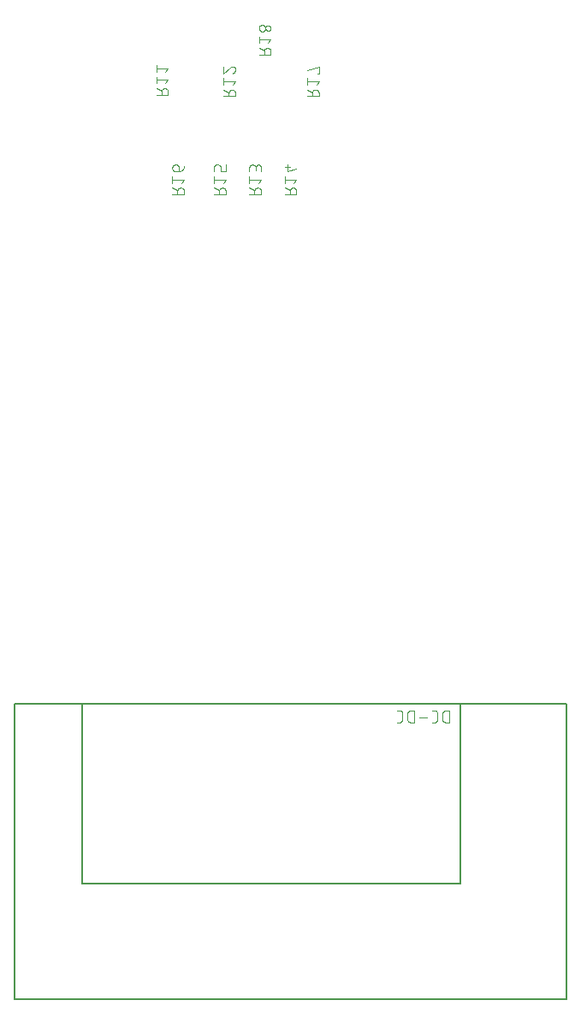
<source format=gbr>
G04 EAGLE Gerber X2 export*
G75*
%MOMM*%
%FSLAX34Y34*%
%LPD*%
%AMOC8*
5,1,8,0,0,1.08239X$1,22.5*%
G01*
%ADD10C,0.127000*%
%ADD11C,0.101600*%


D10*
X41275Y298450D02*
X41275Y6350D01*
X587375Y6350D01*
X587375Y298450D01*
X41275Y298450D01*
X107950Y298450D02*
X107950Y120650D01*
X107950Y298450D02*
X482600Y298450D01*
X482600Y120650D01*
X107950Y120650D01*
D11*
X471250Y279908D02*
X471250Y291592D01*
X468004Y291592D01*
X467891Y291590D01*
X467778Y291584D01*
X467665Y291574D01*
X467552Y291560D01*
X467440Y291543D01*
X467329Y291521D01*
X467219Y291496D01*
X467109Y291466D01*
X467001Y291433D01*
X466894Y291396D01*
X466788Y291356D01*
X466684Y291311D01*
X466581Y291263D01*
X466480Y291212D01*
X466381Y291157D01*
X466284Y291099D01*
X466189Y291037D01*
X466096Y290972D01*
X466006Y290904D01*
X465918Y290833D01*
X465832Y290758D01*
X465749Y290681D01*
X465669Y290601D01*
X465592Y290518D01*
X465517Y290432D01*
X465446Y290344D01*
X465378Y290254D01*
X465313Y290161D01*
X465251Y290066D01*
X465193Y289969D01*
X465138Y289870D01*
X465087Y289769D01*
X465039Y289666D01*
X464994Y289562D01*
X464954Y289456D01*
X464917Y289349D01*
X464884Y289241D01*
X464854Y289131D01*
X464829Y289021D01*
X464807Y288910D01*
X464790Y288798D01*
X464776Y288685D01*
X464766Y288572D01*
X464760Y288459D01*
X464758Y288346D01*
X464759Y288346D02*
X464759Y283154D01*
X464758Y283154D02*
X464760Y283041D01*
X464766Y282928D01*
X464776Y282815D01*
X464790Y282702D01*
X464807Y282590D01*
X464829Y282479D01*
X464854Y282369D01*
X464884Y282259D01*
X464917Y282151D01*
X464954Y282044D01*
X464994Y281938D01*
X465039Y281834D01*
X465087Y281731D01*
X465138Y281630D01*
X465193Y281531D01*
X465251Y281434D01*
X465313Y281339D01*
X465378Y281246D01*
X465446Y281156D01*
X465517Y281068D01*
X465592Y280982D01*
X465669Y280899D01*
X465749Y280819D01*
X465832Y280742D01*
X465918Y280667D01*
X466006Y280596D01*
X466096Y280528D01*
X466189Y280463D01*
X466284Y280401D01*
X466381Y280343D01*
X466480Y280288D01*
X466581Y280237D01*
X466684Y280189D01*
X466788Y280144D01*
X466894Y280104D01*
X467001Y280067D01*
X467109Y280034D01*
X467219Y280004D01*
X467329Y279979D01*
X467440Y279957D01*
X467552Y279940D01*
X467665Y279926D01*
X467778Y279916D01*
X467891Y279910D01*
X468004Y279908D01*
X471250Y279908D01*
X456875Y279908D02*
X454279Y279908D01*
X456875Y279908D02*
X456974Y279910D01*
X457074Y279916D01*
X457173Y279925D01*
X457271Y279938D01*
X457369Y279955D01*
X457467Y279976D01*
X457563Y280001D01*
X457658Y280029D01*
X457752Y280061D01*
X457845Y280096D01*
X457937Y280135D01*
X458027Y280178D01*
X458115Y280223D01*
X458202Y280273D01*
X458286Y280325D01*
X458369Y280381D01*
X458449Y280439D01*
X458527Y280501D01*
X458602Y280566D01*
X458675Y280634D01*
X458745Y280704D01*
X458813Y280777D01*
X458878Y280852D01*
X458940Y280930D01*
X458998Y281010D01*
X459054Y281093D01*
X459106Y281177D01*
X459156Y281264D01*
X459201Y281352D01*
X459244Y281442D01*
X459283Y281534D01*
X459318Y281627D01*
X459350Y281721D01*
X459378Y281816D01*
X459403Y281912D01*
X459424Y282010D01*
X459441Y282108D01*
X459454Y282206D01*
X459463Y282305D01*
X459469Y282405D01*
X459471Y282504D01*
X459472Y282504D02*
X459472Y288996D01*
X459471Y288996D02*
X459469Y289095D01*
X459463Y289195D01*
X459454Y289294D01*
X459441Y289392D01*
X459424Y289490D01*
X459403Y289588D01*
X459378Y289684D01*
X459350Y289779D01*
X459318Y289873D01*
X459283Y289966D01*
X459244Y290058D01*
X459201Y290148D01*
X459156Y290236D01*
X459106Y290323D01*
X459054Y290407D01*
X458998Y290490D01*
X458940Y290570D01*
X458878Y290648D01*
X458813Y290723D01*
X458745Y290796D01*
X458675Y290866D01*
X458602Y290934D01*
X458527Y290999D01*
X458449Y291061D01*
X458369Y291119D01*
X458286Y291175D01*
X458202Y291227D01*
X458115Y291277D01*
X458027Y291322D01*
X457937Y291365D01*
X457845Y291404D01*
X457752Y291439D01*
X457658Y291471D01*
X457563Y291499D01*
X457467Y291524D01*
X457369Y291545D01*
X457271Y291562D01*
X457173Y291575D01*
X457074Y291584D01*
X456974Y291590D01*
X456875Y291592D01*
X454279Y291592D01*
X449801Y284452D02*
X442011Y284452D01*
X436579Y279908D02*
X436579Y291592D01*
X433333Y291592D01*
X433220Y291590D01*
X433107Y291584D01*
X432994Y291574D01*
X432881Y291560D01*
X432769Y291543D01*
X432658Y291521D01*
X432548Y291496D01*
X432438Y291466D01*
X432330Y291433D01*
X432223Y291396D01*
X432117Y291356D01*
X432013Y291311D01*
X431910Y291263D01*
X431809Y291212D01*
X431710Y291157D01*
X431613Y291099D01*
X431518Y291037D01*
X431425Y290972D01*
X431335Y290904D01*
X431247Y290833D01*
X431161Y290758D01*
X431078Y290681D01*
X430998Y290601D01*
X430921Y290518D01*
X430846Y290432D01*
X430775Y290344D01*
X430707Y290254D01*
X430642Y290161D01*
X430580Y290066D01*
X430522Y289969D01*
X430467Y289870D01*
X430416Y289769D01*
X430368Y289666D01*
X430323Y289562D01*
X430283Y289456D01*
X430246Y289349D01*
X430213Y289241D01*
X430183Y289131D01*
X430158Y289021D01*
X430136Y288910D01*
X430119Y288798D01*
X430105Y288685D01*
X430095Y288572D01*
X430089Y288459D01*
X430087Y288346D01*
X430088Y288346D02*
X430088Y283154D01*
X430087Y283154D02*
X430089Y283041D01*
X430095Y282928D01*
X430105Y282815D01*
X430119Y282702D01*
X430136Y282590D01*
X430158Y282479D01*
X430183Y282369D01*
X430213Y282259D01*
X430246Y282151D01*
X430283Y282044D01*
X430323Y281938D01*
X430368Y281834D01*
X430416Y281731D01*
X430467Y281630D01*
X430522Y281531D01*
X430580Y281434D01*
X430642Y281339D01*
X430707Y281246D01*
X430775Y281156D01*
X430846Y281068D01*
X430921Y280982D01*
X430998Y280899D01*
X431078Y280819D01*
X431161Y280742D01*
X431247Y280667D01*
X431335Y280596D01*
X431425Y280528D01*
X431518Y280463D01*
X431613Y280401D01*
X431710Y280343D01*
X431809Y280288D01*
X431910Y280237D01*
X432013Y280189D01*
X432117Y280144D01*
X432223Y280104D01*
X432330Y280067D01*
X432438Y280034D01*
X432548Y280004D01*
X432658Y279979D01*
X432769Y279957D01*
X432881Y279940D01*
X432994Y279926D01*
X433107Y279916D01*
X433220Y279910D01*
X433333Y279908D01*
X436579Y279908D01*
X422204Y279908D02*
X419608Y279908D01*
X422204Y279908D02*
X422303Y279910D01*
X422403Y279916D01*
X422502Y279925D01*
X422600Y279938D01*
X422698Y279955D01*
X422796Y279976D01*
X422892Y280001D01*
X422987Y280029D01*
X423081Y280061D01*
X423174Y280096D01*
X423266Y280135D01*
X423356Y280178D01*
X423444Y280223D01*
X423531Y280273D01*
X423615Y280325D01*
X423698Y280381D01*
X423778Y280439D01*
X423856Y280501D01*
X423931Y280566D01*
X424004Y280634D01*
X424074Y280704D01*
X424142Y280777D01*
X424207Y280852D01*
X424269Y280930D01*
X424327Y281010D01*
X424383Y281093D01*
X424435Y281177D01*
X424485Y281264D01*
X424530Y281352D01*
X424573Y281442D01*
X424612Y281534D01*
X424647Y281627D01*
X424679Y281721D01*
X424707Y281816D01*
X424732Y281912D01*
X424753Y282010D01*
X424770Y282108D01*
X424783Y282206D01*
X424792Y282305D01*
X424798Y282405D01*
X424800Y282504D01*
X424801Y282504D02*
X424801Y288996D01*
X424800Y288996D02*
X424798Y289095D01*
X424792Y289195D01*
X424783Y289294D01*
X424770Y289392D01*
X424753Y289490D01*
X424732Y289588D01*
X424707Y289684D01*
X424679Y289779D01*
X424647Y289873D01*
X424612Y289966D01*
X424573Y290058D01*
X424530Y290148D01*
X424485Y290236D01*
X424435Y290323D01*
X424383Y290407D01*
X424327Y290490D01*
X424269Y290570D01*
X424207Y290648D01*
X424142Y290723D01*
X424074Y290796D01*
X424004Y290866D01*
X423931Y290934D01*
X423856Y290999D01*
X423778Y291061D01*
X423698Y291119D01*
X423615Y291175D01*
X423531Y291227D01*
X423444Y291277D01*
X423356Y291322D01*
X423266Y291365D01*
X423174Y291404D01*
X423081Y291439D01*
X422987Y291471D01*
X422892Y291499D01*
X422796Y291524D01*
X422698Y291545D01*
X422600Y291562D01*
X422502Y291575D01*
X422403Y291584D01*
X422303Y291590D01*
X422204Y291592D01*
X419608Y291592D01*
X193167Y900490D02*
X181483Y900490D01*
X193167Y900490D02*
X193167Y903735D01*
X193165Y903848D01*
X193159Y903961D01*
X193149Y904074D01*
X193135Y904187D01*
X193118Y904299D01*
X193096Y904410D01*
X193071Y904520D01*
X193041Y904630D01*
X193008Y904738D01*
X192971Y904845D01*
X192931Y904951D01*
X192886Y905055D01*
X192838Y905158D01*
X192787Y905259D01*
X192732Y905358D01*
X192674Y905455D01*
X192612Y905550D01*
X192547Y905643D01*
X192479Y905733D01*
X192408Y905821D01*
X192333Y905907D01*
X192256Y905990D01*
X192176Y906070D01*
X192093Y906147D01*
X192007Y906222D01*
X191919Y906293D01*
X191829Y906361D01*
X191736Y906426D01*
X191641Y906488D01*
X191544Y906546D01*
X191445Y906601D01*
X191344Y906652D01*
X191241Y906700D01*
X191137Y906745D01*
X191031Y906785D01*
X190924Y906822D01*
X190816Y906855D01*
X190706Y906885D01*
X190596Y906910D01*
X190485Y906932D01*
X190373Y906949D01*
X190260Y906963D01*
X190147Y906973D01*
X190034Y906979D01*
X189921Y906981D01*
X189808Y906979D01*
X189695Y906973D01*
X189582Y906963D01*
X189469Y906949D01*
X189357Y906932D01*
X189246Y906910D01*
X189136Y906885D01*
X189026Y906855D01*
X188918Y906822D01*
X188811Y906785D01*
X188705Y906745D01*
X188601Y906700D01*
X188498Y906652D01*
X188397Y906601D01*
X188298Y906546D01*
X188201Y906488D01*
X188106Y906426D01*
X188013Y906361D01*
X187923Y906293D01*
X187835Y906222D01*
X187749Y906147D01*
X187666Y906070D01*
X187586Y905990D01*
X187509Y905907D01*
X187434Y905821D01*
X187363Y905733D01*
X187295Y905643D01*
X187230Y905550D01*
X187168Y905455D01*
X187110Y905358D01*
X187055Y905259D01*
X187004Y905158D01*
X186956Y905055D01*
X186911Y904951D01*
X186871Y904845D01*
X186834Y904738D01*
X186801Y904630D01*
X186771Y904520D01*
X186746Y904410D01*
X186724Y904299D01*
X186707Y904187D01*
X186693Y904074D01*
X186683Y903961D01*
X186677Y903848D01*
X186675Y903735D01*
X186676Y903735D02*
X186676Y900490D01*
X186676Y904384D02*
X181483Y906981D01*
X190571Y911846D02*
X193167Y915091D01*
X181483Y915091D01*
X181483Y911846D02*
X181483Y918337D01*
X190571Y923276D02*
X193167Y926521D01*
X181483Y926521D01*
X181483Y923276D02*
X181483Y929767D01*
X248158Y899033D02*
X259842Y899033D01*
X259842Y902279D01*
X259840Y902392D01*
X259834Y902505D01*
X259824Y902618D01*
X259810Y902731D01*
X259793Y902843D01*
X259771Y902954D01*
X259746Y903064D01*
X259716Y903174D01*
X259683Y903282D01*
X259646Y903389D01*
X259606Y903495D01*
X259561Y903599D01*
X259513Y903702D01*
X259462Y903803D01*
X259407Y903902D01*
X259349Y903999D01*
X259287Y904094D01*
X259222Y904187D01*
X259154Y904277D01*
X259083Y904365D01*
X259008Y904451D01*
X258931Y904534D01*
X258851Y904614D01*
X258768Y904691D01*
X258682Y904766D01*
X258594Y904837D01*
X258504Y904905D01*
X258411Y904970D01*
X258316Y905032D01*
X258219Y905090D01*
X258120Y905145D01*
X258019Y905196D01*
X257916Y905244D01*
X257812Y905289D01*
X257706Y905329D01*
X257599Y905366D01*
X257491Y905399D01*
X257381Y905429D01*
X257271Y905454D01*
X257160Y905476D01*
X257048Y905493D01*
X256935Y905507D01*
X256822Y905517D01*
X256709Y905523D01*
X256596Y905525D01*
X256483Y905523D01*
X256370Y905517D01*
X256257Y905507D01*
X256144Y905493D01*
X256032Y905476D01*
X255921Y905454D01*
X255811Y905429D01*
X255701Y905399D01*
X255593Y905366D01*
X255486Y905329D01*
X255380Y905289D01*
X255276Y905244D01*
X255173Y905196D01*
X255072Y905145D01*
X254973Y905090D01*
X254876Y905032D01*
X254781Y904970D01*
X254688Y904905D01*
X254598Y904837D01*
X254510Y904766D01*
X254424Y904691D01*
X254341Y904614D01*
X254261Y904534D01*
X254184Y904451D01*
X254109Y904365D01*
X254038Y904277D01*
X253970Y904187D01*
X253905Y904094D01*
X253843Y903999D01*
X253785Y903902D01*
X253730Y903803D01*
X253679Y903702D01*
X253631Y903599D01*
X253586Y903495D01*
X253546Y903389D01*
X253509Y903282D01*
X253476Y903174D01*
X253446Y903064D01*
X253421Y902954D01*
X253399Y902843D01*
X253382Y902731D01*
X253368Y902618D01*
X253358Y902505D01*
X253352Y902392D01*
X253350Y902279D01*
X253351Y902279D02*
X253351Y899033D01*
X253351Y902928D02*
X248158Y905524D01*
X257246Y910389D02*
X259842Y913635D01*
X248158Y913635D01*
X248158Y916880D02*
X248158Y910389D01*
X259842Y925389D02*
X259840Y925496D01*
X259834Y925602D01*
X259824Y925708D01*
X259811Y925814D01*
X259793Y925920D01*
X259772Y926024D01*
X259747Y926128D01*
X259718Y926231D01*
X259686Y926332D01*
X259649Y926432D01*
X259609Y926531D01*
X259566Y926629D01*
X259519Y926725D01*
X259468Y926819D01*
X259414Y926911D01*
X259357Y927001D01*
X259297Y927089D01*
X259233Y927174D01*
X259166Y927257D01*
X259096Y927338D01*
X259024Y927416D01*
X258948Y927492D01*
X258870Y927564D01*
X258789Y927634D01*
X258706Y927701D01*
X258621Y927765D01*
X258533Y927825D01*
X258443Y927882D01*
X258351Y927936D01*
X258257Y927987D01*
X258161Y928034D01*
X258063Y928077D01*
X257964Y928117D01*
X257864Y928154D01*
X257763Y928186D01*
X257660Y928215D01*
X257556Y928240D01*
X257452Y928261D01*
X257346Y928279D01*
X257240Y928292D01*
X257134Y928302D01*
X257028Y928308D01*
X256921Y928310D01*
X259842Y925389D02*
X259840Y925268D01*
X259834Y925147D01*
X259824Y925027D01*
X259811Y924906D01*
X259793Y924787D01*
X259772Y924667D01*
X259747Y924549D01*
X259718Y924432D01*
X259685Y924315D01*
X259649Y924200D01*
X259608Y924086D01*
X259565Y923973D01*
X259517Y923861D01*
X259466Y923752D01*
X259411Y923644D01*
X259353Y923537D01*
X259292Y923433D01*
X259227Y923331D01*
X259159Y923231D01*
X259088Y923133D01*
X259014Y923037D01*
X258937Y922944D01*
X258856Y922854D01*
X258773Y922766D01*
X258687Y922681D01*
X258598Y922598D01*
X258507Y922519D01*
X258413Y922442D01*
X258317Y922369D01*
X258219Y922299D01*
X258118Y922232D01*
X258015Y922168D01*
X257910Y922108D01*
X257803Y922051D01*
X257695Y921997D01*
X257585Y921947D01*
X257473Y921901D01*
X257360Y921858D01*
X257245Y921819D01*
X254649Y927337D02*
X254726Y927416D01*
X254807Y927492D01*
X254890Y927565D01*
X254975Y927635D01*
X255063Y927702D01*
X255153Y927766D01*
X255245Y927826D01*
X255340Y927883D01*
X255436Y927937D01*
X255534Y927988D01*
X255634Y928035D01*
X255736Y928079D01*
X255839Y928119D01*
X255943Y928155D01*
X256049Y928187D01*
X256155Y928216D01*
X256263Y928241D01*
X256371Y928263D01*
X256481Y928280D01*
X256590Y928294D01*
X256700Y928303D01*
X256811Y928309D01*
X256921Y928311D01*
X254649Y927337D02*
X248158Y921819D01*
X248158Y928310D01*
X273558Y802065D02*
X285242Y802065D01*
X285242Y805310D01*
X285240Y805423D01*
X285234Y805536D01*
X285224Y805649D01*
X285210Y805762D01*
X285193Y805874D01*
X285171Y805985D01*
X285146Y806095D01*
X285116Y806205D01*
X285083Y806313D01*
X285046Y806420D01*
X285006Y806526D01*
X284961Y806630D01*
X284913Y806733D01*
X284862Y806834D01*
X284807Y806933D01*
X284749Y807030D01*
X284687Y807125D01*
X284622Y807218D01*
X284554Y807308D01*
X284483Y807396D01*
X284408Y807482D01*
X284331Y807565D01*
X284251Y807645D01*
X284168Y807722D01*
X284082Y807797D01*
X283994Y807868D01*
X283904Y807936D01*
X283811Y808001D01*
X283716Y808063D01*
X283619Y808121D01*
X283520Y808176D01*
X283419Y808227D01*
X283316Y808275D01*
X283212Y808320D01*
X283106Y808360D01*
X282999Y808397D01*
X282891Y808430D01*
X282781Y808460D01*
X282671Y808485D01*
X282560Y808507D01*
X282448Y808524D01*
X282335Y808538D01*
X282222Y808548D01*
X282109Y808554D01*
X281996Y808556D01*
X281883Y808554D01*
X281770Y808548D01*
X281657Y808538D01*
X281544Y808524D01*
X281432Y808507D01*
X281321Y808485D01*
X281211Y808460D01*
X281101Y808430D01*
X280993Y808397D01*
X280886Y808360D01*
X280780Y808320D01*
X280676Y808275D01*
X280573Y808227D01*
X280472Y808176D01*
X280373Y808121D01*
X280276Y808063D01*
X280181Y808001D01*
X280088Y807936D01*
X279998Y807868D01*
X279910Y807797D01*
X279824Y807722D01*
X279741Y807645D01*
X279661Y807565D01*
X279584Y807482D01*
X279509Y807396D01*
X279438Y807308D01*
X279370Y807218D01*
X279305Y807125D01*
X279243Y807030D01*
X279185Y806933D01*
X279130Y806834D01*
X279079Y806733D01*
X279031Y806630D01*
X278986Y806526D01*
X278946Y806420D01*
X278909Y806313D01*
X278876Y806205D01*
X278846Y806095D01*
X278821Y805985D01*
X278799Y805874D01*
X278782Y805762D01*
X278768Y805649D01*
X278758Y805536D01*
X278752Y805423D01*
X278750Y805310D01*
X278751Y805310D02*
X278751Y802065D01*
X278751Y805959D02*
X273558Y808556D01*
X282646Y813421D02*
X285242Y816666D01*
X273558Y816666D01*
X273558Y813421D02*
X273558Y819912D01*
X273558Y824851D02*
X273558Y828096D01*
X273560Y828209D01*
X273566Y828322D01*
X273576Y828435D01*
X273590Y828548D01*
X273607Y828660D01*
X273629Y828771D01*
X273654Y828881D01*
X273684Y828991D01*
X273717Y829099D01*
X273754Y829206D01*
X273794Y829312D01*
X273839Y829416D01*
X273887Y829519D01*
X273938Y829620D01*
X273993Y829719D01*
X274051Y829816D01*
X274113Y829911D01*
X274178Y830004D01*
X274246Y830094D01*
X274317Y830182D01*
X274392Y830268D01*
X274469Y830351D01*
X274549Y830431D01*
X274632Y830508D01*
X274718Y830583D01*
X274806Y830654D01*
X274896Y830722D01*
X274989Y830787D01*
X275084Y830849D01*
X275181Y830907D01*
X275280Y830962D01*
X275381Y831013D01*
X275484Y831061D01*
X275588Y831106D01*
X275694Y831146D01*
X275801Y831183D01*
X275909Y831216D01*
X276019Y831246D01*
X276129Y831271D01*
X276240Y831293D01*
X276352Y831310D01*
X276465Y831324D01*
X276578Y831334D01*
X276691Y831340D01*
X276804Y831342D01*
X276917Y831340D01*
X277030Y831334D01*
X277143Y831324D01*
X277256Y831310D01*
X277368Y831293D01*
X277479Y831271D01*
X277589Y831246D01*
X277699Y831216D01*
X277807Y831183D01*
X277914Y831146D01*
X278020Y831106D01*
X278124Y831061D01*
X278227Y831013D01*
X278328Y830962D01*
X278427Y830907D01*
X278524Y830849D01*
X278619Y830787D01*
X278712Y830722D01*
X278802Y830654D01*
X278890Y830583D01*
X278976Y830508D01*
X279059Y830431D01*
X279139Y830351D01*
X279216Y830268D01*
X279291Y830182D01*
X279362Y830094D01*
X279430Y830004D01*
X279495Y829911D01*
X279557Y829816D01*
X279615Y829719D01*
X279670Y829620D01*
X279721Y829519D01*
X279769Y829416D01*
X279814Y829312D01*
X279854Y829206D01*
X279891Y829099D01*
X279924Y828991D01*
X279954Y828881D01*
X279979Y828771D01*
X280001Y828660D01*
X280018Y828548D01*
X280032Y828435D01*
X280042Y828322D01*
X280048Y828209D01*
X280050Y828096D01*
X285242Y828746D02*
X285242Y824851D01*
X285242Y828746D02*
X285240Y828847D01*
X285234Y828947D01*
X285224Y829047D01*
X285211Y829147D01*
X285193Y829246D01*
X285172Y829345D01*
X285147Y829442D01*
X285118Y829539D01*
X285085Y829634D01*
X285049Y829728D01*
X285009Y829820D01*
X284966Y829911D01*
X284919Y830000D01*
X284869Y830087D01*
X284815Y830173D01*
X284758Y830256D01*
X284698Y830336D01*
X284635Y830415D01*
X284568Y830491D01*
X284499Y830564D01*
X284427Y830634D01*
X284353Y830702D01*
X284276Y830767D01*
X284196Y830828D01*
X284114Y830887D01*
X284030Y830942D01*
X283944Y830994D01*
X283856Y831043D01*
X283766Y831088D01*
X283674Y831130D01*
X283581Y831168D01*
X283486Y831202D01*
X283391Y831233D01*
X283294Y831260D01*
X283196Y831283D01*
X283097Y831303D01*
X282997Y831318D01*
X282897Y831330D01*
X282797Y831338D01*
X282696Y831342D01*
X282596Y831342D01*
X282495Y831338D01*
X282395Y831330D01*
X282295Y831318D01*
X282195Y831303D01*
X282096Y831283D01*
X281998Y831260D01*
X281901Y831233D01*
X281806Y831202D01*
X281711Y831168D01*
X281618Y831130D01*
X281526Y831088D01*
X281436Y831043D01*
X281348Y830994D01*
X281262Y830942D01*
X281178Y830887D01*
X281096Y830828D01*
X281016Y830767D01*
X280939Y830702D01*
X280865Y830634D01*
X280793Y830564D01*
X280724Y830491D01*
X280657Y830415D01*
X280594Y830336D01*
X280534Y830256D01*
X280477Y830173D01*
X280423Y830087D01*
X280373Y830000D01*
X280326Y829911D01*
X280283Y829820D01*
X280243Y829728D01*
X280207Y829634D01*
X280174Y829539D01*
X280145Y829442D01*
X280120Y829345D01*
X280099Y829246D01*
X280081Y829147D01*
X280068Y829047D01*
X280058Y828947D01*
X280052Y828847D01*
X280050Y828746D01*
X280049Y828746D02*
X280049Y826149D01*
X308483Y802065D02*
X320167Y802065D01*
X320167Y805310D01*
X320165Y805423D01*
X320159Y805536D01*
X320149Y805649D01*
X320135Y805762D01*
X320118Y805874D01*
X320096Y805985D01*
X320071Y806095D01*
X320041Y806205D01*
X320008Y806313D01*
X319971Y806420D01*
X319931Y806526D01*
X319886Y806630D01*
X319838Y806733D01*
X319787Y806834D01*
X319732Y806933D01*
X319674Y807030D01*
X319612Y807125D01*
X319547Y807218D01*
X319479Y807308D01*
X319408Y807396D01*
X319333Y807482D01*
X319256Y807565D01*
X319176Y807645D01*
X319093Y807722D01*
X319007Y807797D01*
X318919Y807868D01*
X318829Y807936D01*
X318736Y808001D01*
X318641Y808063D01*
X318544Y808121D01*
X318445Y808176D01*
X318344Y808227D01*
X318241Y808275D01*
X318137Y808320D01*
X318031Y808360D01*
X317924Y808397D01*
X317816Y808430D01*
X317706Y808460D01*
X317596Y808485D01*
X317485Y808507D01*
X317373Y808524D01*
X317260Y808538D01*
X317147Y808548D01*
X317034Y808554D01*
X316921Y808556D01*
X316808Y808554D01*
X316695Y808548D01*
X316582Y808538D01*
X316469Y808524D01*
X316357Y808507D01*
X316246Y808485D01*
X316136Y808460D01*
X316026Y808430D01*
X315918Y808397D01*
X315811Y808360D01*
X315705Y808320D01*
X315601Y808275D01*
X315498Y808227D01*
X315397Y808176D01*
X315298Y808121D01*
X315201Y808063D01*
X315106Y808001D01*
X315013Y807936D01*
X314923Y807868D01*
X314835Y807797D01*
X314749Y807722D01*
X314666Y807645D01*
X314586Y807565D01*
X314509Y807482D01*
X314434Y807396D01*
X314363Y807308D01*
X314295Y807218D01*
X314230Y807125D01*
X314168Y807030D01*
X314110Y806933D01*
X314055Y806834D01*
X314004Y806733D01*
X313956Y806630D01*
X313911Y806526D01*
X313871Y806420D01*
X313834Y806313D01*
X313801Y806205D01*
X313771Y806095D01*
X313746Y805985D01*
X313724Y805874D01*
X313707Y805762D01*
X313693Y805649D01*
X313683Y805536D01*
X313677Y805423D01*
X313675Y805310D01*
X313676Y805310D02*
X313676Y802065D01*
X313676Y805959D02*
X308483Y808556D01*
X317571Y813421D02*
X320167Y816666D01*
X308483Y816666D01*
X308483Y813421D02*
X308483Y819912D01*
X311079Y824851D02*
X320167Y827447D01*
X311079Y824851D02*
X311079Y831342D01*
X313676Y829395D02*
X308483Y829395D01*
X250317Y802065D02*
X238633Y802065D01*
X250317Y802065D02*
X250317Y805310D01*
X250315Y805423D01*
X250309Y805536D01*
X250299Y805649D01*
X250285Y805762D01*
X250268Y805874D01*
X250246Y805985D01*
X250221Y806095D01*
X250191Y806205D01*
X250158Y806313D01*
X250121Y806420D01*
X250081Y806526D01*
X250036Y806630D01*
X249988Y806733D01*
X249937Y806834D01*
X249882Y806933D01*
X249824Y807030D01*
X249762Y807125D01*
X249697Y807218D01*
X249629Y807308D01*
X249558Y807396D01*
X249483Y807482D01*
X249406Y807565D01*
X249326Y807645D01*
X249243Y807722D01*
X249157Y807797D01*
X249069Y807868D01*
X248979Y807936D01*
X248886Y808001D01*
X248791Y808063D01*
X248694Y808121D01*
X248595Y808176D01*
X248494Y808227D01*
X248391Y808275D01*
X248287Y808320D01*
X248181Y808360D01*
X248074Y808397D01*
X247966Y808430D01*
X247856Y808460D01*
X247746Y808485D01*
X247635Y808507D01*
X247523Y808524D01*
X247410Y808538D01*
X247297Y808548D01*
X247184Y808554D01*
X247071Y808556D01*
X246958Y808554D01*
X246845Y808548D01*
X246732Y808538D01*
X246619Y808524D01*
X246507Y808507D01*
X246396Y808485D01*
X246286Y808460D01*
X246176Y808430D01*
X246068Y808397D01*
X245961Y808360D01*
X245855Y808320D01*
X245751Y808275D01*
X245648Y808227D01*
X245547Y808176D01*
X245448Y808121D01*
X245351Y808063D01*
X245256Y808001D01*
X245163Y807936D01*
X245073Y807868D01*
X244985Y807797D01*
X244899Y807722D01*
X244816Y807645D01*
X244736Y807565D01*
X244659Y807482D01*
X244584Y807396D01*
X244513Y807308D01*
X244445Y807218D01*
X244380Y807125D01*
X244318Y807030D01*
X244260Y806933D01*
X244205Y806834D01*
X244154Y806733D01*
X244106Y806630D01*
X244061Y806526D01*
X244021Y806420D01*
X243984Y806313D01*
X243951Y806205D01*
X243921Y806095D01*
X243896Y805985D01*
X243874Y805874D01*
X243857Y805762D01*
X243843Y805649D01*
X243833Y805536D01*
X243827Y805423D01*
X243825Y805310D01*
X243826Y805310D02*
X243826Y802065D01*
X243826Y805959D02*
X238633Y808556D01*
X247721Y813421D02*
X250317Y816666D01*
X238633Y816666D01*
X238633Y813421D02*
X238633Y819912D01*
X238633Y824851D02*
X238633Y828746D01*
X238635Y828845D01*
X238641Y828945D01*
X238650Y829044D01*
X238663Y829142D01*
X238680Y829240D01*
X238701Y829338D01*
X238726Y829434D01*
X238754Y829529D01*
X238786Y829623D01*
X238821Y829716D01*
X238860Y829808D01*
X238903Y829898D01*
X238948Y829986D01*
X238998Y830073D01*
X239050Y830157D01*
X239106Y830240D01*
X239164Y830320D01*
X239226Y830398D01*
X239291Y830473D01*
X239359Y830546D01*
X239429Y830616D01*
X239502Y830684D01*
X239577Y830749D01*
X239655Y830811D01*
X239735Y830869D01*
X239818Y830925D01*
X239902Y830977D01*
X239989Y831027D01*
X240077Y831072D01*
X240167Y831115D01*
X240259Y831154D01*
X240352Y831189D01*
X240446Y831221D01*
X240541Y831249D01*
X240637Y831274D01*
X240735Y831295D01*
X240833Y831312D01*
X240931Y831325D01*
X241030Y831334D01*
X241130Y831340D01*
X241229Y831342D01*
X242528Y831342D01*
X242627Y831340D01*
X242727Y831334D01*
X242826Y831325D01*
X242924Y831312D01*
X243022Y831295D01*
X243120Y831274D01*
X243216Y831249D01*
X243311Y831221D01*
X243405Y831189D01*
X243498Y831154D01*
X243590Y831115D01*
X243680Y831072D01*
X243768Y831027D01*
X243855Y830977D01*
X243939Y830925D01*
X244022Y830869D01*
X244102Y830811D01*
X244180Y830749D01*
X244255Y830684D01*
X244328Y830616D01*
X244398Y830546D01*
X244466Y830473D01*
X244531Y830398D01*
X244593Y830320D01*
X244651Y830240D01*
X244707Y830157D01*
X244759Y830073D01*
X244809Y829986D01*
X244854Y829898D01*
X244897Y829808D01*
X244936Y829716D01*
X244971Y829623D01*
X245003Y829529D01*
X245031Y829434D01*
X245056Y829338D01*
X245077Y829240D01*
X245094Y829142D01*
X245107Y829044D01*
X245116Y828945D01*
X245122Y828845D01*
X245124Y828746D01*
X245124Y824851D01*
X250317Y824851D01*
X250317Y831342D01*
X209042Y802065D02*
X197358Y802065D01*
X209042Y802065D02*
X209042Y805310D01*
X209040Y805423D01*
X209034Y805536D01*
X209024Y805649D01*
X209010Y805762D01*
X208993Y805874D01*
X208971Y805985D01*
X208946Y806095D01*
X208916Y806205D01*
X208883Y806313D01*
X208846Y806420D01*
X208806Y806526D01*
X208761Y806630D01*
X208713Y806733D01*
X208662Y806834D01*
X208607Y806933D01*
X208549Y807030D01*
X208487Y807125D01*
X208422Y807218D01*
X208354Y807308D01*
X208283Y807396D01*
X208208Y807482D01*
X208131Y807565D01*
X208051Y807645D01*
X207968Y807722D01*
X207882Y807797D01*
X207794Y807868D01*
X207704Y807936D01*
X207611Y808001D01*
X207516Y808063D01*
X207419Y808121D01*
X207320Y808176D01*
X207219Y808227D01*
X207116Y808275D01*
X207012Y808320D01*
X206906Y808360D01*
X206799Y808397D01*
X206691Y808430D01*
X206581Y808460D01*
X206471Y808485D01*
X206360Y808507D01*
X206248Y808524D01*
X206135Y808538D01*
X206022Y808548D01*
X205909Y808554D01*
X205796Y808556D01*
X205683Y808554D01*
X205570Y808548D01*
X205457Y808538D01*
X205344Y808524D01*
X205232Y808507D01*
X205121Y808485D01*
X205011Y808460D01*
X204901Y808430D01*
X204793Y808397D01*
X204686Y808360D01*
X204580Y808320D01*
X204476Y808275D01*
X204373Y808227D01*
X204272Y808176D01*
X204173Y808121D01*
X204076Y808063D01*
X203981Y808001D01*
X203888Y807936D01*
X203798Y807868D01*
X203710Y807797D01*
X203624Y807722D01*
X203541Y807645D01*
X203461Y807565D01*
X203384Y807482D01*
X203309Y807396D01*
X203238Y807308D01*
X203170Y807218D01*
X203105Y807125D01*
X203043Y807030D01*
X202985Y806933D01*
X202930Y806834D01*
X202879Y806733D01*
X202831Y806630D01*
X202786Y806526D01*
X202746Y806420D01*
X202709Y806313D01*
X202676Y806205D01*
X202646Y806095D01*
X202621Y805985D01*
X202599Y805874D01*
X202582Y805762D01*
X202568Y805649D01*
X202558Y805536D01*
X202552Y805423D01*
X202550Y805310D01*
X202551Y805310D02*
X202551Y802065D01*
X202551Y805959D02*
X197358Y808556D01*
X206446Y813421D02*
X209042Y816666D01*
X197358Y816666D01*
X197358Y813421D02*
X197358Y819912D01*
X203849Y824851D02*
X203849Y828746D01*
X203847Y828845D01*
X203841Y828945D01*
X203832Y829044D01*
X203819Y829142D01*
X203802Y829240D01*
X203781Y829338D01*
X203756Y829434D01*
X203728Y829529D01*
X203696Y829623D01*
X203661Y829716D01*
X203622Y829808D01*
X203579Y829898D01*
X203534Y829986D01*
X203484Y830073D01*
X203432Y830157D01*
X203376Y830240D01*
X203318Y830320D01*
X203256Y830398D01*
X203191Y830473D01*
X203123Y830546D01*
X203053Y830616D01*
X202980Y830684D01*
X202905Y830749D01*
X202827Y830811D01*
X202747Y830869D01*
X202664Y830925D01*
X202580Y830977D01*
X202493Y831027D01*
X202405Y831072D01*
X202315Y831115D01*
X202223Y831154D01*
X202130Y831189D01*
X202036Y831221D01*
X201941Y831249D01*
X201845Y831274D01*
X201747Y831295D01*
X201649Y831312D01*
X201551Y831325D01*
X201452Y831334D01*
X201352Y831340D01*
X201253Y831342D01*
X200604Y831342D01*
X200491Y831340D01*
X200378Y831334D01*
X200265Y831324D01*
X200152Y831310D01*
X200040Y831293D01*
X199929Y831271D01*
X199819Y831246D01*
X199709Y831216D01*
X199601Y831183D01*
X199494Y831146D01*
X199388Y831106D01*
X199284Y831061D01*
X199181Y831013D01*
X199080Y830962D01*
X198981Y830907D01*
X198884Y830849D01*
X198789Y830787D01*
X198696Y830722D01*
X198606Y830654D01*
X198518Y830583D01*
X198432Y830508D01*
X198349Y830431D01*
X198269Y830351D01*
X198192Y830268D01*
X198117Y830182D01*
X198046Y830094D01*
X197978Y830004D01*
X197913Y829911D01*
X197851Y829816D01*
X197793Y829719D01*
X197738Y829620D01*
X197687Y829519D01*
X197639Y829416D01*
X197594Y829312D01*
X197554Y829206D01*
X197517Y829099D01*
X197484Y828991D01*
X197454Y828881D01*
X197429Y828771D01*
X197407Y828660D01*
X197390Y828548D01*
X197376Y828435D01*
X197366Y828322D01*
X197360Y828209D01*
X197358Y828096D01*
X197360Y827983D01*
X197366Y827870D01*
X197376Y827757D01*
X197390Y827644D01*
X197407Y827532D01*
X197429Y827421D01*
X197454Y827311D01*
X197484Y827201D01*
X197517Y827093D01*
X197554Y826986D01*
X197594Y826880D01*
X197639Y826776D01*
X197687Y826673D01*
X197738Y826572D01*
X197793Y826473D01*
X197851Y826376D01*
X197913Y826281D01*
X197978Y826188D01*
X198046Y826098D01*
X198117Y826010D01*
X198192Y825924D01*
X198269Y825841D01*
X198349Y825761D01*
X198432Y825684D01*
X198518Y825609D01*
X198606Y825538D01*
X198696Y825470D01*
X198789Y825405D01*
X198884Y825343D01*
X198981Y825285D01*
X199080Y825230D01*
X199181Y825179D01*
X199284Y825131D01*
X199388Y825086D01*
X199494Y825046D01*
X199601Y825009D01*
X199709Y824976D01*
X199819Y824946D01*
X199929Y824921D01*
X200040Y824899D01*
X200152Y824882D01*
X200265Y824868D01*
X200378Y824858D01*
X200491Y824852D01*
X200604Y824850D01*
X200604Y824851D02*
X203849Y824851D01*
X203992Y824853D01*
X204135Y824859D01*
X204278Y824869D01*
X204420Y824883D01*
X204562Y824900D01*
X204704Y824922D01*
X204845Y824947D01*
X204985Y824977D01*
X205124Y825010D01*
X205262Y825047D01*
X205399Y825088D01*
X205535Y825132D01*
X205670Y825181D01*
X205803Y825233D01*
X205935Y825288D01*
X206065Y825348D01*
X206194Y825411D01*
X206321Y825477D01*
X206445Y825547D01*
X206568Y825620D01*
X206689Y825697D01*
X206808Y825777D01*
X206924Y825860D01*
X207039Y825946D01*
X207150Y826035D01*
X207260Y826128D01*
X207366Y826223D01*
X207470Y826322D01*
X207571Y826423D01*
X207670Y826527D01*
X207765Y826633D01*
X207858Y826743D01*
X207947Y826854D01*
X208033Y826969D01*
X208116Y827085D01*
X208196Y827204D01*
X208273Y827325D01*
X208346Y827447D01*
X208416Y827572D01*
X208482Y827699D01*
X208545Y827828D01*
X208605Y827958D01*
X208660Y828090D01*
X208712Y828223D01*
X208761Y828358D01*
X208805Y828494D01*
X208846Y828631D01*
X208883Y828769D01*
X208916Y828908D01*
X208946Y829048D01*
X208971Y829189D01*
X208993Y829331D01*
X209010Y829473D01*
X209024Y829615D01*
X209034Y829758D01*
X209040Y829901D01*
X209042Y830044D01*
X330708Y899033D02*
X342392Y899033D01*
X342392Y902279D01*
X342390Y902392D01*
X342384Y902505D01*
X342374Y902618D01*
X342360Y902731D01*
X342343Y902843D01*
X342321Y902954D01*
X342296Y903064D01*
X342266Y903174D01*
X342233Y903282D01*
X342196Y903389D01*
X342156Y903495D01*
X342111Y903599D01*
X342063Y903702D01*
X342012Y903803D01*
X341957Y903902D01*
X341899Y903999D01*
X341837Y904094D01*
X341772Y904187D01*
X341704Y904277D01*
X341633Y904365D01*
X341558Y904451D01*
X341481Y904534D01*
X341401Y904614D01*
X341318Y904691D01*
X341232Y904766D01*
X341144Y904837D01*
X341054Y904905D01*
X340961Y904970D01*
X340866Y905032D01*
X340769Y905090D01*
X340670Y905145D01*
X340569Y905196D01*
X340466Y905244D01*
X340362Y905289D01*
X340256Y905329D01*
X340149Y905366D01*
X340041Y905399D01*
X339931Y905429D01*
X339821Y905454D01*
X339710Y905476D01*
X339598Y905493D01*
X339485Y905507D01*
X339372Y905517D01*
X339259Y905523D01*
X339146Y905525D01*
X339033Y905523D01*
X338920Y905517D01*
X338807Y905507D01*
X338694Y905493D01*
X338582Y905476D01*
X338471Y905454D01*
X338361Y905429D01*
X338251Y905399D01*
X338143Y905366D01*
X338036Y905329D01*
X337930Y905289D01*
X337826Y905244D01*
X337723Y905196D01*
X337622Y905145D01*
X337523Y905090D01*
X337426Y905032D01*
X337331Y904970D01*
X337238Y904905D01*
X337148Y904837D01*
X337060Y904766D01*
X336974Y904691D01*
X336891Y904614D01*
X336811Y904534D01*
X336734Y904451D01*
X336659Y904365D01*
X336588Y904277D01*
X336520Y904187D01*
X336455Y904094D01*
X336393Y903999D01*
X336335Y903902D01*
X336280Y903803D01*
X336229Y903702D01*
X336181Y903599D01*
X336136Y903495D01*
X336096Y903389D01*
X336059Y903282D01*
X336026Y903174D01*
X335996Y903064D01*
X335971Y902954D01*
X335949Y902843D01*
X335932Y902731D01*
X335918Y902618D01*
X335908Y902505D01*
X335902Y902392D01*
X335900Y902279D01*
X335901Y902279D02*
X335901Y899033D01*
X335901Y902928D02*
X330708Y905524D01*
X339796Y910389D02*
X342392Y913635D01*
X330708Y913635D01*
X330708Y916880D02*
X330708Y910389D01*
X341094Y921819D02*
X342392Y921819D01*
X342392Y928310D01*
X330708Y925065D01*
X294767Y940308D02*
X283083Y940308D01*
X294767Y940308D02*
X294767Y943554D01*
X294765Y943667D01*
X294759Y943780D01*
X294749Y943893D01*
X294735Y944006D01*
X294718Y944118D01*
X294696Y944229D01*
X294671Y944339D01*
X294641Y944449D01*
X294608Y944557D01*
X294571Y944664D01*
X294531Y944770D01*
X294486Y944874D01*
X294438Y944977D01*
X294387Y945078D01*
X294332Y945177D01*
X294274Y945274D01*
X294212Y945369D01*
X294147Y945462D01*
X294079Y945552D01*
X294008Y945640D01*
X293933Y945726D01*
X293856Y945809D01*
X293776Y945889D01*
X293693Y945966D01*
X293607Y946041D01*
X293519Y946112D01*
X293429Y946180D01*
X293336Y946245D01*
X293241Y946307D01*
X293144Y946365D01*
X293045Y946420D01*
X292944Y946471D01*
X292841Y946519D01*
X292737Y946564D01*
X292631Y946604D01*
X292524Y946641D01*
X292416Y946674D01*
X292306Y946704D01*
X292196Y946729D01*
X292085Y946751D01*
X291973Y946768D01*
X291860Y946782D01*
X291747Y946792D01*
X291634Y946798D01*
X291521Y946800D01*
X291408Y946798D01*
X291295Y946792D01*
X291182Y946782D01*
X291069Y946768D01*
X290957Y946751D01*
X290846Y946729D01*
X290736Y946704D01*
X290626Y946674D01*
X290518Y946641D01*
X290411Y946604D01*
X290305Y946564D01*
X290201Y946519D01*
X290098Y946471D01*
X289997Y946420D01*
X289898Y946365D01*
X289801Y946307D01*
X289706Y946245D01*
X289613Y946180D01*
X289523Y946112D01*
X289435Y946041D01*
X289349Y945966D01*
X289266Y945889D01*
X289186Y945809D01*
X289109Y945726D01*
X289034Y945640D01*
X288963Y945552D01*
X288895Y945462D01*
X288830Y945369D01*
X288768Y945274D01*
X288710Y945177D01*
X288655Y945078D01*
X288604Y944977D01*
X288556Y944874D01*
X288511Y944770D01*
X288471Y944664D01*
X288434Y944557D01*
X288401Y944449D01*
X288371Y944339D01*
X288346Y944229D01*
X288324Y944118D01*
X288307Y944006D01*
X288293Y943893D01*
X288283Y943780D01*
X288277Y943667D01*
X288275Y943554D01*
X288276Y943554D02*
X288276Y940308D01*
X288276Y944203D02*
X283083Y946799D01*
X292171Y951664D02*
X294767Y954910D01*
X283083Y954910D01*
X283083Y958155D02*
X283083Y951664D01*
X286329Y963094D02*
X286442Y963096D01*
X286555Y963102D01*
X286668Y963112D01*
X286781Y963126D01*
X286893Y963143D01*
X287004Y963165D01*
X287114Y963190D01*
X287224Y963220D01*
X287332Y963253D01*
X287439Y963290D01*
X287545Y963330D01*
X287649Y963375D01*
X287752Y963423D01*
X287853Y963474D01*
X287952Y963529D01*
X288049Y963587D01*
X288144Y963649D01*
X288237Y963714D01*
X288327Y963782D01*
X288415Y963853D01*
X288501Y963928D01*
X288584Y964005D01*
X288664Y964085D01*
X288741Y964168D01*
X288816Y964254D01*
X288887Y964342D01*
X288955Y964432D01*
X289020Y964525D01*
X289082Y964620D01*
X289140Y964717D01*
X289195Y964816D01*
X289246Y964917D01*
X289294Y965020D01*
X289339Y965124D01*
X289379Y965230D01*
X289416Y965337D01*
X289449Y965445D01*
X289479Y965555D01*
X289504Y965665D01*
X289526Y965776D01*
X289543Y965888D01*
X289557Y966001D01*
X289567Y966114D01*
X289573Y966227D01*
X289575Y966340D01*
X289573Y966453D01*
X289567Y966566D01*
X289557Y966679D01*
X289543Y966792D01*
X289526Y966904D01*
X289504Y967015D01*
X289479Y967125D01*
X289449Y967235D01*
X289416Y967343D01*
X289379Y967450D01*
X289339Y967556D01*
X289294Y967660D01*
X289246Y967763D01*
X289195Y967864D01*
X289140Y967963D01*
X289082Y968060D01*
X289020Y968155D01*
X288955Y968248D01*
X288887Y968338D01*
X288816Y968426D01*
X288741Y968512D01*
X288664Y968595D01*
X288584Y968675D01*
X288501Y968752D01*
X288415Y968827D01*
X288327Y968898D01*
X288237Y968966D01*
X288144Y969031D01*
X288049Y969093D01*
X287952Y969151D01*
X287853Y969206D01*
X287752Y969257D01*
X287649Y969305D01*
X287545Y969350D01*
X287439Y969390D01*
X287332Y969427D01*
X287224Y969460D01*
X287114Y969490D01*
X287004Y969515D01*
X286893Y969537D01*
X286781Y969554D01*
X286668Y969568D01*
X286555Y969578D01*
X286442Y969584D01*
X286329Y969586D01*
X286216Y969584D01*
X286103Y969578D01*
X285990Y969568D01*
X285877Y969554D01*
X285765Y969537D01*
X285654Y969515D01*
X285544Y969490D01*
X285434Y969460D01*
X285326Y969427D01*
X285219Y969390D01*
X285113Y969350D01*
X285009Y969305D01*
X284906Y969257D01*
X284805Y969206D01*
X284706Y969151D01*
X284609Y969093D01*
X284514Y969031D01*
X284421Y968966D01*
X284331Y968898D01*
X284243Y968827D01*
X284157Y968752D01*
X284074Y968675D01*
X283994Y968595D01*
X283917Y968512D01*
X283842Y968426D01*
X283771Y968338D01*
X283703Y968248D01*
X283638Y968155D01*
X283576Y968060D01*
X283518Y967963D01*
X283463Y967864D01*
X283412Y967763D01*
X283364Y967660D01*
X283319Y967556D01*
X283279Y967450D01*
X283242Y967343D01*
X283209Y967235D01*
X283179Y967125D01*
X283154Y967015D01*
X283132Y966904D01*
X283115Y966792D01*
X283101Y966679D01*
X283091Y966566D01*
X283085Y966453D01*
X283083Y966340D01*
X283085Y966227D01*
X283091Y966114D01*
X283101Y966001D01*
X283115Y965888D01*
X283132Y965776D01*
X283154Y965665D01*
X283179Y965555D01*
X283209Y965445D01*
X283242Y965337D01*
X283279Y965230D01*
X283319Y965124D01*
X283364Y965020D01*
X283412Y964917D01*
X283463Y964816D01*
X283518Y964717D01*
X283576Y964620D01*
X283638Y964525D01*
X283703Y964432D01*
X283771Y964342D01*
X283842Y964254D01*
X283917Y964168D01*
X283994Y964085D01*
X284074Y964005D01*
X284157Y963928D01*
X284243Y963853D01*
X284331Y963782D01*
X284421Y963714D01*
X284514Y963649D01*
X284609Y963587D01*
X284706Y963529D01*
X284805Y963474D01*
X284906Y963423D01*
X285009Y963375D01*
X285113Y963330D01*
X285219Y963290D01*
X285326Y963253D01*
X285434Y963220D01*
X285544Y963190D01*
X285654Y963165D01*
X285765Y963143D01*
X285877Y963126D01*
X285990Y963112D01*
X286103Y963102D01*
X286216Y963096D01*
X286329Y963094D01*
X292171Y963744D02*
X292272Y963746D01*
X292372Y963752D01*
X292472Y963762D01*
X292572Y963775D01*
X292671Y963793D01*
X292770Y963814D01*
X292867Y963839D01*
X292964Y963868D01*
X293059Y963901D01*
X293153Y963937D01*
X293245Y963977D01*
X293336Y964020D01*
X293425Y964067D01*
X293512Y964117D01*
X293598Y964171D01*
X293681Y964228D01*
X293761Y964288D01*
X293840Y964351D01*
X293916Y964418D01*
X293989Y964487D01*
X294059Y964559D01*
X294127Y964633D01*
X294192Y964710D01*
X294253Y964790D01*
X294312Y964872D01*
X294367Y964956D01*
X294419Y965042D01*
X294468Y965130D01*
X294513Y965220D01*
X294555Y965312D01*
X294593Y965405D01*
X294627Y965500D01*
X294658Y965595D01*
X294685Y965692D01*
X294708Y965790D01*
X294728Y965889D01*
X294743Y965989D01*
X294755Y966089D01*
X294763Y966189D01*
X294767Y966290D01*
X294767Y966390D01*
X294763Y966491D01*
X294755Y966591D01*
X294743Y966691D01*
X294728Y966791D01*
X294708Y966890D01*
X294685Y966988D01*
X294658Y967085D01*
X294627Y967180D01*
X294593Y967275D01*
X294555Y967368D01*
X294513Y967460D01*
X294468Y967550D01*
X294419Y967638D01*
X294367Y967724D01*
X294312Y967808D01*
X294253Y967890D01*
X294192Y967970D01*
X294127Y968047D01*
X294059Y968121D01*
X293989Y968193D01*
X293916Y968262D01*
X293840Y968329D01*
X293761Y968392D01*
X293681Y968452D01*
X293598Y968509D01*
X293512Y968563D01*
X293425Y968613D01*
X293336Y968660D01*
X293245Y968703D01*
X293153Y968743D01*
X293059Y968779D01*
X292964Y968812D01*
X292867Y968841D01*
X292770Y968866D01*
X292671Y968887D01*
X292572Y968905D01*
X292472Y968918D01*
X292372Y968928D01*
X292272Y968934D01*
X292171Y968936D01*
X292070Y968934D01*
X291970Y968928D01*
X291870Y968918D01*
X291770Y968905D01*
X291671Y968887D01*
X291572Y968866D01*
X291475Y968841D01*
X291378Y968812D01*
X291283Y968779D01*
X291189Y968743D01*
X291097Y968703D01*
X291006Y968660D01*
X290917Y968613D01*
X290830Y968563D01*
X290744Y968509D01*
X290661Y968452D01*
X290581Y968392D01*
X290502Y968329D01*
X290426Y968262D01*
X290353Y968193D01*
X290283Y968121D01*
X290215Y968047D01*
X290150Y967970D01*
X290089Y967890D01*
X290030Y967808D01*
X289975Y967724D01*
X289923Y967638D01*
X289874Y967550D01*
X289829Y967460D01*
X289787Y967368D01*
X289749Y967275D01*
X289715Y967180D01*
X289684Y967085D01*
X289657Y966988D01*
X289634Y966890D01*
X289614Y966791D01*
X289599Y966691D01*
X289587Y966591D01*
X289579Y966491D01*
X289575Y966390D01*
X289575Y966290D01*
X289579Y966189D01*
X289587Y966089D01*
X289599Y965989D01*
X289614Y965889D01*
X289634Y965790D01*
X289657Y965692D01*
X289684Y965595D01*
X289715Y965500D01*
X289749Y965405D01*
X289787Y965312D01*
X289829Y965220D01*
X289874Y965130D01*
X289923Y965042D01*
X289975Y964956D01*
X290030Y964872D01*
X290089Y964790D01*
X290150Y964710D01*
X290215Y964633D01*
X290283Y964559D01*
X290353Y964487D01*
X290426Y964418D01*
X290502Y964351D01*
X290581Y964288D01*
X290661Y964228D01*
X290744Y964171D01*
X290830Y964117D01*
X290917Y964067D01*
X291006Y964020D01*
X291097Y963977D01*
X291189Y963937D01*
X291283Y963901D01*
X291378Y963868D01*
X291475Y963839D01*
X291572Y963814D01*
X291671Y963793D01*
X291770Y963775D01*
X291870Y963762D01*
X291970Y963752D01*
X292070Y963746D01*
X292171Y963744D01*
M02*

</source>
